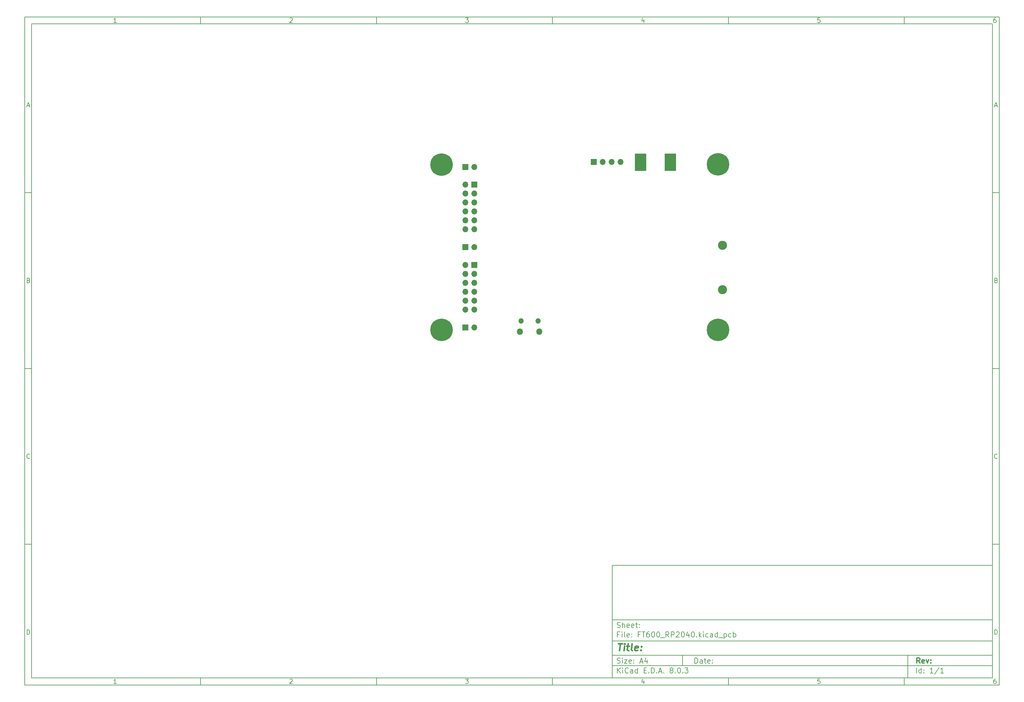
<source format=gbr>
%TF.GenerationSoftware,KiCad,Pcbnew,8.0.3-8.0.3-0~ubuntu22.04.1*%
%TF.CreationDate,2024-09-16T11:35:52+02:00*%
%TF.ProjectId,FT600_RP2040,46543630-305f-4525-9032-3034302e6b69,rev?*%
%TF.SameCoordinates,PX7735940PY61c06a0*%
%TF.FileFunction,Soldermask,Bot*%
%TF.FilePolarity,Negative*%
%FSLAX46Y46*%
G04 Gerber Fmt 4.6, Leading zero omitted, Abs format (unit mm)*
G04 Created by KiCad (PCBNEW 8.0.3-8.0.3-0~ubuntu22.04.1) date 2024-09-16 11:35:52*
%MOMM*%
%LPD*%
G01*
G04 APERTURE LIST*
%ADD10C,0.100000*%
%ADD11C,0.150000*%
%ADD12C,0.300000*%
%ADD13C,0.400000*%
%ADD14C,2.580000*%
%ADD15C,0.800000*%
%ADD16C,6.400000*%
%ADD17O,1.800000X1.800000*%
%ADD18O,1.500000X1.500000*%
%ADD19R,1.700000X1.700000*%
%ADD20O,1.700000X1.700000*%
%ADD21R,3.200000X4.900000*%
G04 APERTURE END LIST*
D10*
D11*
X52002200Y-63507200D02*
X160002200Y-63507200D01*
X160002200Y-95507200D01*
X52002200Y-95507200D01*
X52002200Y-63507200D01*
D10*
D11*
X-115000000Y92500000D02*
X162002200Y92500000D01*
X162002200Y-97507200D01*
X-115000000Y-97507200D01*
X-115000000Y92500000D01*
D10*
D11*
X-113000000Y90500000D02*
X160002200Y90500000D01*
X160002200Y-95507200D01*
X-113000000Y-95507200D01*
X-113000000Y90500000D01*
D10*
D11*
X-65000000Y90500000D02*
X-65000000Y92500000D01*
D10*
D11*
X-15000000Y90500000D02*
X-15000000Y92500000D01*
D10*
D11*
X35000000Y90500000D02*
X35000000Y92500000D01*
D10*
D11*
X85000000Y90500000D02*
X85000000Y92500000D01*
D10*
D11*
X135000000Y90500000D02*
X135000000Y92500000D01*
D10*
D11*
X-88910840Y90906396D02*
X-89653697Y90906396D01*
X-89282269Y90906396D02*
X-89282269Y92206396D01*
X-89282269Y92206396D02*
X-89406078Y92020681D01*
X-89406078Y92020681D02*
X-89529888Y91896872D01*
X-89529888Y91896872D02*
X-89653697Y91834967D01*
D10*
D11*
X-39653697Y92082586D02*
X-39591793Y92144491D01*
X-39591793Y92144491D02*
X-39467983Y92206396D01*
X-39467983Y92206396D02*
X-39158459Y92206396D01*
X-39158459Y92206396D02*
X-39034650Y92144491D01*
X-39034650Y92144491D02*
X-38972745Y92082586D01*
X-38972745Y92082586D02*
X-38910840Y91958777D01*
X-38910840Y91958777D02*
X-38910840Y91834967D01*
X-38910840Y91834967D02*
X-38972745Y91649253D01*
X-38972745Y91649253D02*
X-39715602Y90906396D01*
X-39715602Y90906396D02*
X-38910840Y90906396D01*
D10*
D11*
X10284398Y92206396D02*
X11089160Y92206396D01*
X11089160Y92206396D02*
X10655826Y91711158D01*
X10655826Y91711158D02*
X10841541Y91711158D01*
X10841541Y91711158D02*
X10965350Y91649253D01*
X10965350Y91649253D02*
X11027255Y91587348D01*
X11027255Y91587348D02*
X11089160Y91463539D01*
X11089160Y91463539D02*
X11089160Y91154015D01*
X11089160Y91154015D02*
X11027255Y91030205D01*
X11027255Y91030205D02*
X10965350Y90968300D01*
X10965350Y90968300D02*
X10841541Y90906396D01*
X10841541Y90906396D02*
X10470112Y90906396D01*
X10470112Y90906396D02*
X10346303Y90968300D01*
X10346303Y90968300D02*
X10284398Y91030205D01*
D10*
D11*
X60965350Y91773062D02*
X60965350Y90906396D01*
X60655826Y92268300D02*
X60346303Y91339729D01*
X60346303Y91339729D02*
X61151064Y91339729D01*
D10*
D11*
X111027255Y92206396D02*
X110408207Y92206396D01*
X110408207Y92206396D02*
X110346303Y91587348D01*
X110346303Y91587348D02*
X110408207Y91649253D01*
X110408207Y91649253D02*
X110532017Y91711158D01*
X110532017Y91711158D02*
X110841541Y91711158D01*
X110841541Y91711158D02*
X110965350Y91649253D01*
X110965350Y91649253D02*
X111027255Y91587348D01*
X111027255Y91587348D02*
X111089160Y91463539D01*
X111089160Y91463539D02*
X111089160Y91154015D01*
X111089160Y91154015D02*
X111027255Y91030205D01*
X111027255Y91030205D02*
X110965350Y90968300D01*
X110965350Y90968300D02*
X110841541Y90906396D01*
X110841541Y90906396D02*
X110532017Y90906396D01*
X110532017Y90906396D02*
X110408207Y90968300D01*
X110408207Y90968300D02*
X110346303Y91030205D01*
D10*
D11*
X160965350Y92206396D02*
X160717731Y92206396D01*
X160717731Y92206396D02*
X160593922Y92144491D01*
X160593922Y92144491D02*
X160532017Y92082586D01*
X160532017Y92082586D02*
X160408207Y91896872D01*
X160408207Y91896872D02*
X160346303Y91649253D01*
X160346303Y91649253D02*
X160346303Y91154015D01*
X160346303Y91154015D02*
X160408207Y91030205D01*
X160408207Y91030205D02*
X160470112Y90968300D01*
X160470112Y90968300D02*
X160593922Y90906396D01*
X160593922Y90906396D02*
X160841541Y90906396D01*
X160841541Y90906396D02*
X160965350Y90968300D01*
X160965350Y90968300D02*
X161027255Y91030205D01*
X161027255Y91030205D02*
X161089160Y91154015D01*
X161089160Y91154015D02*
X161089160Y91463539D01*
X161089160Y91463539D02*
X161027255Y91587348D01*
X161027255Y91587348D02*
X160965350Y91649253D01*
X160965350Y91649253D02*
X160841541Y91711158D01*
X160841541Y91711158D02*
X160593922Y91711158D01*
X160593922Y91711158D02*
X160470112Y91649253D01*
X160470112Y91649253D02*
X160408207Y91587348D01*
X160408207Y91587348D02*
X160346303Y91463539D01*
D10*
D11*
X-65000000Y-95507200D02*
X-65000000Y-97507200D01*
D10*
D11*
X-15000000Y-95507200D02*
X-15000000Y-97507200D01*
D10*
D11*
X35000000Y-95507200D02*
X35000000Y-97507200D01*
D10*
D11*
X85000000Y-95507200D02*
X85000000Y-97507200D01*
D10*
D11*
X135000000Y-95507200D02*
X135000000Y-97507200D01*
D10*
D11*
X-88910840Y-97100804D02*
X-89653697Y-97100804D01*
X-89282269Y-97100804D02*
X-89282269Y-95800804D01*
X-89282269Y-95800804D02*
X-89406078Y-95986519D01*
X-89406078Y-95986519D02*
X-89529888Y-96110328D01*
X-89529888Y-96110328D02*
X-89653697Y-96172233D01*
D10*
D11*
X-39653697Y-95924614D02*
X-39591793Y-95862709D01*
X-39591793Y-95862709D02*
X-39467983Y-95800804D01*
X-39467983Y-95800804D02*
X-39158459Y-95800804D01*
X-39158459Y-95800804D02*
X-39034650Y-95862709D01*
X-39034650Y-95862709D02*
X-38972745Y-95924614D01*
X-38972745Y-95924614D02*
X-38910840Y-96048423D01*
X-38910840Y-96048423D02*
X-38910840Y-96172233D01*
X-38910840Y-96172233D02*
X-38972745Y-96357947D01*
X-38972745Y-96357947D02*
X-39715602Y-97100804D01*
X-39715602Y-97100804D02*
X-38910840Y-97100804D01*
D10*
D11*
X10284398Y-95800804D02*
X11089160Y-95800804D01*
X11089160Y-95800804D02*
X10655826Y-96296042D01*
X10655826Y-96296042D02*
X10841541Y-96296042D01*
X10841541Y-96296042D02*
X10965350Y-96357947D01*
X10965350Y-96357947D02*
X11027255Y-96419852D01*
X11027255Y-96419852D02*
X11089160Y-96543661D01*
X11089160Y-96543661D02*
X11089160Y-96853185D01*
X11089160Y-96853185D02*
X11027255Y-96976995D01*
X11027255Y-96976995D02*
X10965350Y-97038900D01*
X10965350Y-97038900D02*
X10841541Y-97100804D01*
X10841541Y-97100804D02*
X10470112Y-97100804D01*
X10470112Y-97100804D02*
X10346303Y-97038900D01*
X10346303Y-97038900D02*
X10284398Y-96976995D01*
D10*
D11*
X60965350Y-96234138D02*
X60965350Y-97100804D01*
X60655826Y-95738900D02*
X60346303Y-96667471D01*
X60346303Y-96667471D02*
X61151064Y-96667471D01*
D10*
D11*
X111027255Y-95800804D02*
X110408207Y-95800804D01*
X110408207Y-95800804D02*
X110346303Y-96419852D01*
X110346303Y-96419852D02*
X110408207Y-96357947D01*
X110408207Y-96357947D02*
X110532017Y-96296042D01*
X110532017Y-96296042D02*
X110841541Y-96296042D01*
X110841541Y-96296042D02*
X110965350Y-96357947D01*
X110965350Y-96357947D02*
X111027255Y-96419852D01*
X111027255Y-96419852D02*
X111089160Y-96543661D01*
X111089160Y-96543661D02*
X111089160Y-96853185D01*
X111089160Y-96853185D02*
X111027255Y-96976995D01*
X111027255Y-96976995D02*
X110965350Y-97038900D01*
X110965350Y-97038900D02*
X110841541Y-97100804D01*
X110841541Y-97100804D02*
X110532017Y-97100804D01*
X110532017Y-97100804D02*
X110408207Y-97038900D01*
X110408207Y-97038900D02*
X110346303Y-96976995D01*
D10*
D11*
X160965350Y-95800804D02*
X160717731Y-95800804D01*
X160717731Y-95800804D02*
X160593922Y-95862709D01*
X160593922Y-95862709D02*
X160532017Y-95924614D01*
X160532017Y-95924614D02*
X160408207Y-96110328D01*
X160408207Y-96110328D02*
X160346303Y-96357947D01*
X160346303Y-96357947D02*
X160346303Y-96853185D01*
X160346303Y-96853185D02*
X160408207Y-96976995D01*
X160408207Y-96976995D02*
X160470112Y-97038900D01*
X160470112Y-97038900D02*
X160593922Y-97100804D01*
X160593922Y-97100804D02*
X160841541Y-97100804D01*
X160841541Y-97100804D02*
X160965350Y-97038900D01*
X160965350Y-97038900D02*
X161027255Y-96976995D01*
X161027255Y-96976995D02*
X161089160Y-96853185D01*
X161089160Y-96853185D02*
X161089160Y-96543661D01*
X161089160Y-96543661D02*
X161027255Y-96419852D01*
X161027255Y-96419852D02*
X160965350Y-96357947D01*
X160965350Y-96357947D02*
X160841541Y-96296042D01*
X160841541Y-96296042D02*
X160593922Y-96296042D01*
X160593922Y-96296042D02*
X160470112Y-96357947D01*
X160470112Y-96357947D02*
X160408207Y-96419852D01*
X160408207Y-96419852D02*
X160346303Y-96543661D01*
D10*
D11*
X-115000000Y42500000D02*
X-113000000Y42500000D01*
D10*
D11*
X-115000000Y-7500000D02*
X-113000000Y-7500000D01*
D10*
D11*
X-115000000Y-57500000D02*
X-113000000Y-57500000D01*
D10*
D11*
X-114309524Y67277824D02*
X-113690477Y67277824D01*
X-114433334Y66906396D02*
X-114000001Y68206396D01*
X-114000001Y68206396D02*
X-113566667Y66906396D01*
D10*
D11*
X-113907143Y17587348D02*
X-113721429Y17525443D01*
X-113721429Y17525443D02*
X-113659524Y17463539D01*
X-113659524Y17463539D02*
X-113597620Y17339729D01*
X-113597620Y17339729D02*
X-113597620Y17154015D01*
X-113597620Y17154015D02*
X-113659524Y17030205D01*
X-113659524Y17030205D02*
X-113721429Y16968300D01*
X-113721429Y16968300D02*
X-113845239Y16906396D01*
X-113845239Y16906396D02*
X-114340477Y16906396D01*
X-114340477Y16906396D02*
X-114340477Y18206396D01*
X-114340477Y18206396D02*
X-113907143Y18206396D01*
X-113907143Y18206396D02*
X-113783334Y18144491D01*
X-113783334Y18144491D02*
X-113721429Y18082586D01*
X-113721429Y18082586D02*
X-113659524Y17958777D01*
X-113659524Y17958777D02*
X-113659524Y17834967D01*
X-113659524Y17834967D02*
X-113721429Y17711158D01*
X-113721429Y17711158D02*
X-113783334Y17649253D01*
X-113783334Y17649253D02*
X-113907143Y17587348D01*
X-113907143Y17587348D02*
X-114340477Y17587348D01*
D10*
D11*
X-113597620Y-32969795D02*
X-113659524Y-33031700D01*
X-113659524Y-33031700D02*
X-113845239Y-33093604D01*
X-113845239Y-33093604D02*
X-113969048Y-33093604D01*
X-113969048Y-33093604D02*
X-114154762Y-33031700D01*
X-114154762Y-33031700D02*
X-114278572Y-32907890D01*
X-114278572Y-32907890D02*
X-114340477Y-32784080D01*
X-114340477Y-32784080D02*
X-114402381Y-32536461D01*
X-114402381Y-32536461D02*
X-114402381Y-32350747D01*
X-114402381Y-32350747D02*
X-114340477Y-32103128D01*
X-114340477Y-32103128D02*
X-114278572Y-31979319D01*
X-114278572Y-31979319D02*
X-114154762Y-31855509D01*
X-114154762Y-31855509D02*
X-113969048Y-31793604D01*
X-113969048Y-31793604D02*
X-113845239Y-31793604D01*
X-113845239Y-31793604D02*
X-113659524Y-31855509D01*
X-113659524Y-31855509D02*
X-113597620Y-31917414D01*
D10*
D11*
X-114340477Y-83093604D02*
X-114340477Y-81793604D01*
X-114340477Y-81793604D02*
X-114030953Y-81793604D01*
X-114030953Y-81793604D02*
X-113845239Y-81855509D01*
X-113845239Y-81855509D02*
X-113721429Y-81979319D01*
X-113721429Y-81979319D02*
X-113659524Y-82103128D01*
X-113659524Y-82103128D02*
X-113597620Y-82350747D01*
X-113597620Y-82350747D02*
X-113597620Y-82536461D01*
X-113597620Y-82536461D02*
X-113659524Y-82784080D01*
X-113659524Y-82784080D02*
X-113721429Y-82907890D01*
X-113721429Y-82907890D02*
X-113845239Y-83031700D01*
X-113845239Y-83031700D02*
X-114030953Y-83093604D01*
X-114030953Y-83093604D02*
X-114340477Y-83093604D01*
D10*
D11*
X162002200Y42500000D02*
X160002200Y42500000D01*
D10*
D11*
X162002200Y-7500000D02*
X160002200Y-7500000D01*
D10*
D11*
X162002200Y-57500000D02*
X160002200Y-57500000D01*
D10*
D11*
X160692676Y67277824D02*
X161311723Y67277824D01*
X160568866Y66906396D02*
X161002199Y68206396D01*
X161002199Y68206396D02*
X161435533Y66906396D01*
D10*
D11*
X161095057Y17587348D02*
X161280771Y17525443D01*
X161280771Y17525443D02*
X161342676Y17463539D01*
X161342676Y17463539D02*
X161404580Y17339729D01*
X161404580Y17339729D02*
X161404580Y17154015D01*
X161404580Y17154015D02*
X161342676Y17030205D01*
X161342676Y17030205D02*
X161280771Y16968300D01*
X161280771Y16968300D02*
X161156961Y16906396D01*
X161156961Y16906396D02*
X160661723Y16906396D01*
X160661723Y16906396D02*
X160661723Y18206396D01*
X160661723Y18206396D02*
X161095057Y18206396D01*
X161095057Y18206396D02*
X161218866Y18144491D01*
X161218866Y18144491D02*
X161280771Y18082586D01*
X161280771Y18082586D02*
X161342676Y17958777D01*
X161342676Y17958777D02*
X161342676Y17834967D01*
X161342676Y17834967D02*
X161280771Y17711158D01*
X161280771Y17711158D02*
X161218866Y17649253D01*
X161218866Y17649253D02*
X161095057Y17587348D01*
X161095057Y17587348D02*
X160661723Y17587348D01*
D10*
D11*
X161404580Y-32969795D02*
X161342676Y-33031700D01*
X161342676Y-33031700D02*
X161156961Y-33093604D01*
X161156961Y-33093604D02*
X161033152Y-33093604D01*
X161033152Y-33093604D02*
X160847438Y-33031700D01*
X160847438Y-33031700D02*
X160723628Y-32907890D01*
X160723628Y-32907890D02*
X160661723Y-32784080D01*
X160661723Y-32784080D02*
X160599819Y-32536461D01*
X160599819Y-32536461D02*
X160599819Y-32350747D01*
X160599819Y-32350747D02*
X160661723Y-32103128D01*
X160661723Y-32103128D02*
X160723628Y-31979319D01*
X160723628Y-31979319D02*
X160847438Y-31855509D01*
X160847438Y-31855509D02*
X161033152Y-31793604D01*
X161033152Y-31793604D02*
X161156961Y-31793604D01*
X161156961Y-31793604D02*
X161342676Y-31855509D01*
X161342676Y-31855509D02*
X161404580Y-31917414D01*
D10*
D11*
X160661723Y-83093604D02*
X160661723Y-81793604D01*
X160661723Y-81793604D02*
X160971247Y-81793604D01*
X160971247Y-81793604D02*
X161156961Y-81855509D01*
X161156961Y-81855509D02*
X161280771Y-81979319D01*
X161280771Y-81979319D02*
X161342676Y-82103128D01*
X161342676Y-82103128D02*
X161404580Y-82350747D01*
X161404580Y-82350747D02*
X161404580Y-82536461D01*
X161404580Y-82536461D02*
X161342676Y-82784080D01*
X161342676Y-82784080D02*
X161280771Y-82907890D01*
X161280771Y-82907890D02*
X161156961Y-83031700D01*
X161156961Y-83031700D02*
X160971247Y-83093604D01*
X160971247Y-83093604D02*
X160661723Y-83093604D01*
D10*
D11*
X75458026Y-91293328D02*
X75458026Y-89793328D01*
X75458026Y-89793328D02*
X75815169Y-89793328D01*
X75815169Y-89793328D02*
X76029455Y-89864757D01*
X76029455Y-89864757D02*
X76172312Y-90007614D01*
X76172312Y-90007614D02*
X76243741Y-90150471D01*
X76243741Y-90150471D02*
X76315169Y-90436185D01*
X76315169Y-90436185D02*
X76315169Y-90650471D01*
X76315169Y-90650471D02*
X76243741Y-90936185D01*
X76243741Y-90936185D02*
X76172312Y-91079042D01*
X76172312Y-91079042D02*
X76029455Y-91221900D01*
X76029455Y-91221900D02*
X75815169Y-91293328D01*
X75815169Y-91293328D02*
X75458026Y-91293328D01*
X77600884Y-91293328D02*
X77600884Y-90507614D01*
X77600884Y-90507614D02*
X77529455Y-90364757D01*
X77529455Y-90364757D02*
X77386598Y-90293328D01*
X77386598Y-90293328D02*
X77100884Y-90293328D01*
X77100884Y-90293328D02*
X76958026Y-90364757D01*
X77600884Y-91221900D02*
X77458026Y-91293328D01*
X77458026Y-91293328D02*
X77100884Y-91293328D01*
X77100884Y-91293328D02*
X76958026Y-91221900D01*
X76958026Y-91221900D02*
X76886598Y-91079042D01*
X76886598Y-91079042D02*
X76886598Y-90936185D01*
X76886598Y-90936185D02*
X76958026Y-90793328D01*
X76958026Y-90793328D02*
X77100884Y-90721900D01*
X77100884Y-90721900D02*
X77458026Y-90721900D01*
X77458026Y-90721900D02*
X77600884Y-90650471D01*
X78100884Y-90293328D02*
X78672312Y-90293328D01*
X78315169Y-89793328D02*
X78315169Y-91079042D01*
X78315169Y-91079042D02*
X78386598Y-91221900D01*
X78386598Y-91221900D02*
X78529455Y-91293328D01*
X78529455Y-91293328D02*
X78672312Y-91293328D01*
X79743741Y-91221900D02*
X79600884Y-91293328D01*
X79600884Y-91293328D02*
X79315170Y-91293328D01*
X79315170Y-91293328D02*
X79172312Y-91221900D01*
X79172312Y-91221900D02*
X79100884Y-91079042D01*
X79100884Y-91079042D02*
X79100884Y-90507614D01*
X79100884Y-90507614D02*
X79172312Y-90364757D01*
X79172312Y-90364757D02*
X79315170Y-90293328D01*
X79315170Y-90293328D02*
X79600884Y-90293328D01*
X79600884Y-90293328D02*
X79743741Y-90364757D01*
X79743741Y-90364757D02*
X79815170Y-90507614D01*
X79815170Y-90507614D02*
X79815170Y-90650471D01*
X79815170Y-90650471D02*
X79100884Y-90793328D01*
X80458026Y-91150471D02*
X80529455Y-91221900D01*
X80529455Y-91221900D02*
X80458026Y-91293328D01*
X80458026Y-91293328D02*
X80386598Y-91221900D01*
X80386598Y-91221900D02*
X80458026Y-91150471D01*
X80458026Y-91150471D02*
X80458026Y-91293328D01*
X80458026Y-90364757D02*
X80529455Y-90436185D01*
X80529455Y-90436185D02*
X80458026Y-90507614D01*
X80458026Y-90507614D02*
X80386598Y-90436185D01*
X80386598Y-90436185D02*
X80458026Y-90364757D01*
X80458026Y-90364757D02*
X80458026Y-90507614D01*
D10*
D11*
X52002200Y-92007200D02*
X160002200Y-92007200D01*
D10*
D11*
X53458026Y-94093328D02*
X53458026Y-92593328D01*
X54315169Y-94093328D02*
X53672312Y-93236185D01*
X54315169Y-92593328D02*
X53458026Y-93450471D01*
X54958026Y-94093328D02*
X54958026Y-93093328D01*
X54958026Y-92593328D02*
X54886598Y-92664757D01*
X54886598Y-92664757D02*
X54958026Y-92736185D01*
X54958026Y-92736185D02*
X55029455Y-92664757D01*
X55029455Y-92664757D02*
X54958026Y-92593328D01*
X54958026Y-92593328D02*
X54958026Y-92736185D01*
X56529455Y-93950471D02*
X56458027Y-94021900D01*
X56458027Y-94021900D02*
X56243741Y-94093328D01*
X56243741Y-94093328D02*
X56100884Y-94093328D01*
X56100884Y-94093328D02*
X55886598Y-94021900D01*
X55886598Y-94021900D02*
X55743741Y-93879042D01*
X55743741Y-93879042D02*
X55672312Y-93736185D01*
X55672312Y-93736185D02*
X55600884Y-93450471D01*
X55600884Y-93450471D02*
X55600884Y-93236185D01*
X55600884Y-93236185D02*
X55672312Y-92950471D01*
X55672312Y-92950471D02*
X55743741Y-92807614D01*
X55743741Y-92807614D02*
X55886598Y-92664757D01*
X55886598Y-92664757D02*
X56100884Y-92593328D01*
X56100884Y-92593328D02*
X56243741Y-92593328D01*
X56243741Y-92593328D02*
X56458027Y-92664757D01*
X56458027Y-92664757D02*
X56529455Y-92736185D01*
X57815170Y-94093328D02*
X57815170Y-93307614D01*
X57815170Y-93307614D02*
X57743741Y-93164757D01*
X57743741Y-93164757D02*
X57600884Y-93093328D01*
X57600884Y-93093328D02*
X57315170Y-93093328D01*
X57315170Y-93093328D02*
X57172312Y-93164757D01*
X57815170Y-94021900D02*
X57672312Y-94093328D01*
X57672312Y-94093328D02*
X57315170Y-94093328D01*
X57315170Y-94093328D02*
X57172312Y-94021900D01*
X57172312Y-94021900D02*
X57100884Y-93879042D01*
X57100884Y-93879042D02*
X57100884Y-93736185D01*
X57100884Y-93736185D02*
X57172312Y-93593328D01*
X57172312Y-93593328D02*
X57315170Y-93521900D01*
X57315170Y-93521900D02*
X57672312Y-93521900D01*
X57672312Y-93521900D02*
X57815170Y-93450471D01*
X59172313Y-94093328D02*
X59172313Y-92593328D01*
X59172313Y-94021900D02*
X59029455Y-94093328D01*
X59029455Y-94093328D02*
X58743741Y-94093328D01*
X58743741Y-94093328D02*
X58600884Y-94021900D01*
X58600884Y-94021900D02*
X58529455Y-93950471D01*
X58529455Y-93950471D02*
X58458027Y-93807614D01*
X58458027Y-93807614D02*
X58458027Y-93379042D01*
X58458027Y-93379042D02*
X58529455Y-93236185D01*
X58529455Y-93236185D02*
X58600884Y-93164757D01*
X58600884Y-93164757D02*
X58743741Y-93093328D01*
X58743741Y-93093328D02*
X59029455Y-93093328D01*
X59029455Y-93093328D02*
X59172313Y-93164757D01*
X61029455Y-93307614D02*
X61529455Y-93307614D01*
X61743741Y-94093328D02*
X61029455Y-94093328D01*
X61029455Y-94093328D02*
X61029455Y-92593328D01*
X61029455Y-92593328D02*
X61743741Y-92593328D01*
X62386598Y-93950471D02*
X62458027Y-94021900D01*
X62458027Y-94021900D02*
X62386598Y-94093328D01*
X62386598Y-94093328D02*
X62315170Y-94021900D01*
X62315170Y-94021900D02*
X62386598Y-93950471D01*
X62386598Y-93950471D02*
X62386598Y-94093328D01*
X63100884Y-94093328D02*
X63100884Y-92593328D01*
X63100884Y-92593328D02*
X63458027Y-92593328D01*
X63458027Y-92593328D02*
X63672313Y-92664757D01*
X63672313Y-92664757D02*
X63815170Y-92807614D01*
X63815170Y-92807614D02*
X63886599Y-92950471D01*
X63886599Y-92950471D02*
X63958027Y-93236185D01*
X63958027Y-93236185D02*
X63958027Y-93450471D01*
X63958027Y-93450471D02*
X63886599Y-93736185D01*
X63886599Y-93736185D02*
X63815170Y-93879042D01*
X63815170Y-93879042D02*
X63672313Y-94021900D01*
X63672313Y-94021900D02*
X63458027Y-94093328D01*
X63458027Y-94093328D02*
X63100884Y-94093328D01*
X64600884Y-93950471D02*
X64672313Y-94021900D01*
X64672313Y-94021900D02*
X64600884Y-94093328D01*
X64600884Y-94093328D02*
X64529456Y-94021900D01*
X64529456Y-94021900D02*
X64600884Y-93950471D01*
X64600884Y-93950471D02*
X64600884Y-94093328D01*
X65243742Y-93664757D02*
X65958028Y-93664757D01*
X65100885Y-94093328D02*
X65600885Y-92593328D01*
X65600885Y-92593328D02*
X66100885Y-94093328D01*
X66600884Y-93950471D02*
X66672313Y-94021900D01*
X66672313Y-94021900D02*
X66600884Y-94093328D01*
X66600884Y-94093328D02*
X66529456Y-94021900D01*
X66529456Y-94021900D02*
X66600884Y-93950471D01*
X66600884Y-93950471D02*
X66600884Y-94093328D01*
X68672313Y-93236185D02*
X68529456Y-93164757D01*
X68529456Y-93164757D02*
X68458027Y-93093328D01*
X68458027Y-93093328D02*
X68386599Y-92950471D01*
X68386599Y-92950471D02*
X68386599Y-92879042D01*
X68386599Y-92879042D02*
X68458027Y-92736185D01*
X68458027Y-92736185D02*
X68529456Y-92664757D01*
X68529456Y-92664757D02*
X68672313Y-92593328D01*
X68672313Y-92593328D02*
X68958027Y-92593328D01*
X68958027Y-92593328D02*
X69100885Y-92664757D01*
X69100885Y-92664757D02*
X69172313Y-92736185D01*
X69172313Y-92736185D02*
X69243742Y-92879042D01*
X69243742Y-92879042D02*
X69243742Y-92950471D01*
X69243742Y-92950471D02*
X69172313Y-93093328D01*
X69172313Y-93093328D02*
X69100885Y-93164757D01*
X69100885Y-93164757D02*
X68958027Y-93236185D01*
X68958027Y-93236185D02*
X68672313Y-93236185D01*
X68672313Y-93236185D02*
X68529456Y-93307614D01*
X68529456Y-93307614D02*
X68458027Y-93379042D01*
X68458027Y-93379042D02*
X68386599Y-93521900D01*
X68386599Y-93521900D02*
X68386599Y-93807614D01*
X68386599Y-93807614D02*
X68458027Y-93950471D01*
X68458027Y-93950471D02*
X68529456Y-94021900D01*
X68529456Y-94021900D02*
X68672313Y-94093328D01*
X68672313Y-94093328D02*
X68958027Y-94093328D01*
X68958027Y-94093328D02*
X69100885Y-94021900D01*
X69100885Y-94021900D02*
X69172313Y-93950471D01*
X69172313Y-93950471D02*
X69243742Y-93807614D01*
X69243742Y-93807614D02*
X69243742Y-93521900D01*
X69243742Y-93521900D02*
X69172313Y-93379042D01*
X69172313Y-93379042D02*
X69100885Y-93307614D01*
X69100885Y-93307614D02*
X68958027Y-93236185D01*
X69886598Y-93950471D02*
X69958027Y-94021900D01*
X69958027Y-94021900D02*
X69886598Y-94093328D01*
X69886598Y-94093328D02*
X69815170Y-94021900D01*
X69815170Y-94021900D02*
X69886598Y-93950471D01*
X69886598Y-93950471D02*
X69886598Y-94093328D01*
X70886599Y-92593328D02*
X71029456Y-92593328D01*
X71029456Y-92593328D02*
X71172313Y-92664757D01*
X71172313Y-92664757D02*
X71243742Y-92736185D01*
X71243742Y-92736185D02*
X71315170Y-92879042D01*
X71315170Y-92879042D02*
X71386599Y-93164757D01*
X71386599Y-93164757D02*
X71386599Y-93521900D01*
X71386599Y-93521900D02*
X71315170Y-93807614D01*
X71315170Y-93807614D02*
X71243742Y-93950471D01*
X71243742Y-93950471D02*
X71172313Y-94021900D01*
X71172313Y-94021900D02*
X71029456Y-94093328D01*
X71029456Y-94093328D02*
X70886599Y-94093328D01*
X70886599Y-94093328D02*
X70743742Y-94021900D01*
X70743742Y-94021900D02*
X70672313Y-93950471D01*
X70672313Y-93950471D02*
X70600884Y-93807614D01*
X70600884Y-93807614D02*
X70529456Y-93521900D01*
X70529456Y-93521900D02*
X70529456Y-93164757D01*
X70529456Y-93164757D02*
X70600884Y-92879042D01*
X70600884Y-92879042D02*
X70672313Y-92736185D01*
X70672313Y-92736185D02*
X70743742Y-92664757D01*
X70743742Y-92664757D02*
X70886599Y-92593328D01*
X72029455Y-93950471D02*
X72100884Y-94021900D01*
X72100884Y-94021900D02*
X72029455Y-94093328D01*
X72029455Y-94093328D02*
X71958027Y-94021900D01*
X71958027Y-94021900D02*
X72029455Y-93950471D01*
X72029455Y-93950471D02*
X72029455Y-94093328D01*
X72600884Y-92593328D02*
X73529456Y-92593328D01*
X73529456Y-92593328D02*
X73029456Y-93164757D01*
X73029456Y-93164757D02*
X73243741Y-93164757D01*
X73243741Y-93164757D02*
X73386599Y-93236185D01*
X73386599Y-93236185D02*
X73458027Y-93307614D01*
X73458027Y-93307614D02*
X73529456Y-93450471D01*
X73529456Y-93450471D02*
X73529456Y-93807614D01*
X73529456Y-93807614D02*
X73458027Y-93950471D01*
X73458027Y-93950471D02*
X73386599Y-94021900D01*
X73386599Y-94021900D02*
X73243741Y-94093328D01*
X73243741Y-94093328D02*
X72815170Y-94093328D01*
X72815170Y-94093328D02*
X72672313Y-94021900D01*
X72672313Y-94021900D02*
X72600884Y-93950471D01*
D10*
D11*
X52002200Y-89007200D02*
X160002200Y-89007200D01*
D10*
D12*
X139413853Y-91285528D02*
X138913853Y-90571242D01*
X138556710Y-91285528D02*
X138556710Y-89785528D01*
X138556710Y-89785528D02*
X139128139Y-89785528D01*
X139128139Y-89785528D02*
X139270996Y-89856957D01*
X139270996Y-89856957D02*
X139342425Y-89928385D01*
X139342425Y-89928385D02*
X139413853Y-90071242D01*
X139413853Y-90071242D02*
X139413853Y-90285528D01*
X139413853Y-90285528D02*
X139342425Y-90428385D01*
X139342425Y-90428385D02*
X139270996Y-90499814D01*
X139270996Y-90499814D02*
X139128139Y-90571242D01*
X139128139Y-90571242D02*
X138556710Y-90571242D01*
X140628139Y-91214100D02*
X140485282Y-91285528D01*
X140485282Y-91285528D02*
X140199568Y-91285528D01*
X140199568Y-91285528D02*
X140056710Y-91214100D01*
X140056710Y-91214100D02*
X139985282Y-91071242D01*
X139985282Y-91071242D02*
X139985282Y-90499814D01*
X139985282Y-90499814D02*
X140056710Y-90356957D01*
X140056710Y-90356957D02*
X140199568Y-90285528D01*
X140199568Y-90285528D02*
X140485282Y-90285528D01*
X140485282Y-90285528D02*
X140628139Y-90356957D01*
X140628139Y-90356957D02*
X140699568Y-90499814D01*
X140699568Y-90499814D02*
X140699568Y-90642671D01*
X140699568Y-90642671D02*
X139985282Y-90785528D01*
X141199567Y-90285528D02*
X141556710Y-91285528D01*
X141556710Y-91285528D02*
X141913853Y-90285528D01*
X142485281Y-91142671D02*
X142556710Y-91214100D01*
X142556710Y-91214100D02*
X142485281Y-91285528D01*
X142485281Y-91285528D02*
X142413853Y-91214100D01*
X142413853Y-91214100D02*
X142485281Y-91142671D01*
X142485281Y-91142671D02*
X142485281Y-91285528D01*
X142485281Y-90356957D02*
X142556710Y-90428385D01*
X142556710Y-90428385D02*
X142485281Y-90499814D01*
X142485281Y-90499814D02*
X142413853Y-90428385D01*
X142413853Y-90428385D02*
X142485281Y-90356957D01*
X142485281Y-90356957D02*
X142485281Y-90499814D01*
D10*
D11*
X53386598Y-91221900D02*
X53600884Y-91293328D01*
X53600884Y-91293328D02*
X53958026Y-91293328D01*
X53958026Y-91293328D02*
X54100884Y-91221900D01*
X54100884Y-91221900D02*
X54172312Y-91150471D01*
X54172312Y-91150471D02*
X54243741Y-91007614D01*
X54243741Y-91007614D02*
X54243741Y-90864757D01*
X54243741Y-90864757D02*
X54172312Y-90721900D01*
X54172312Y-90721900D02*
X54100884Y-90650471D01*
X54100884Y-90650471D02*
X53958026Y-90579042D01*
X53958026Y-90579042D02*
X53672312Y-90507614D01*
X53672312Y-90507614D02*
X53529455Y-90436185D01*
X53529455Y-90436185D02*
X53458026Y-90364757D01*
X53458026Y-90364757D02*
X53386598Y-90221900D01*
X53386598Y-90221900D02*
X53386598Y-90079042D01*
X53386598Y-90079042D02*
X53458026Y-89936185D01*
X53458026Y-89936185D02*
X53529455Y-89864757D01*
X53529455Y-89864757D02*
X53672312Y-89793328D01*
X53672312Y-89793328D02*
X54029455Y-89793328D01*
X54029455Y-89793328D02*
X54243741Y-89864757D01*
X54886597Y-91293328D02*
X54886597Y-90293328D01*
X54886597Y-89793328D02*
X54815169Y-89864757D01*
X54815169Y-89864757D02*
X54886597Y-89936185D01*
X54886597Y-89936185D02*
X54958026Y-89864757D01*
X54958026Y-89864757D02*
X54886597Y-89793328D01*
X54886597Y-89793328D02*
X54886597Y-89936185D01*
X55458026Y-90293328D02*
X56243741Y-90293328D01*
X56243741Y-90293328D02*
X55458026Y-91293328D01*
X55458026Y-91293328D02*
X56243741Y-91293328D01*
X57386598Y-91221900D02*
X57243741Y-91293328D01*
X57243741Y-91293328D02*
X56958027Y-91293328D01*
X56958027Y-91293328D02*
X56815169Y-91221900D01*
X56815169Y-91221900D02*
X56743741Y-91079042D01*
X56743741Y-91079042D02*
X56743741Y-90507614D01*
X56743741Y-90507614D02*
X56815169Y-90364757D01*
X56815169Y-90364757D02*
X56958027Y-90293328D01*
X56958027Y-90293328D02*
X57243741Y-90293328D01*
X57243741Y-90293328D02*
X57386598Y-90364757D01*
X57386598Y-90364757D02*
X57458027Y-90507614D01*
X57458027Y-90507614D02*
X57458027Y-90650471D01*
X57458027Y-90650471D02*
X56743741Y-90793328D01*
X58100883Y-91150471D02*
X58172312Y-91221900D01*
X58172312Y-91221900D02*
X58100883Y-91293328D01*
X58100883Y-91293328D02*
X58029455Y-91221900D01*
X58029455Y-91221900D02*
X58100883Y-91150471D01*
X58100883Y-91150471D02*
X58100883Y-91293328D01*
X58100883Y-90364757D02*
X58172312Y-90436185D01*
X58172312Y-90436185D02*
X58100883Y-90507614D01*
X58100883Y-90507614D02*
X58029455Y-90436185D01*
X58029455Y-90436185D02*
X58100883Y-90364757D01*
X58100883Y-90364757D02*
X58100883Y-90507614D01*
X59886598Y-90864757D02*
X60600884Y-90864757D01*
X59743741Y-91293328D02*
X60243741Y-89793328D01*
X60243741Y-89793328D02*
X60743741Y-91293328D01*
X61886598Y-90293328D02*
X61886598Y-91293328D01*
X61529455Y-89721900D02*
X61172312Y-90793328D01*
X61172312Y-90793328D02*
X62100883Y-90793328D01*
D10*
D11*
X138458026Y-94093328D02*
X138458026Y-92593328D01*
X139815170Y-94093328D02*
X139815170Y-92593328D01*
X139815170Y-94021900D02*
X139672312Y-94093328D01*
X139672312Y-94093328D02*
X139386598Y-94093328D01*
X139386598Y-94093328D02*
X139243741Y-94021900D01*
X139243741Y-94021900D02*
X139172312Y-93950471D01*
X139172312Y-93950471D02*
X139100884Y-93807614D01*
X139100884Y-93807614D02*
X139100884Y-93379042D01*
X139100884Y-93379042D02*
X139172312Y-93236185D01*
X139172312Y-93236185D02*
X139243741Y-93164757D01*
X139243741Y-93164757D02*
X139386598Y-93093328D01*
X139386598Y-93093328D02*
X139672312Y-93093328D01*
X139672312Y-93093328D02*
X139815170Y-93164757D01*
X140529455Y-93950471D02*
X140600884Y-94021900D01*
X140600884Y-94021900D02*
X140529455Y-94093328D01*
X140529455Y-94093328D02*
X140458027Y-94021900D01*
X140458027Y-94021900D02*
X140529455Y-93950471D01*
X140529455Y-93950471D02*
X140529455Y-94093328D01*
X140529455Y-93164757D02*
X140600884Y-93236185D01*
X140600884Y-93236185D02*
X140529455Y-93307614D01*
X140529455Y-93307614D02*
X140458027Y-93236185D01*
X140458027Y-93236185D02*
X140529455Y-93164757D01*
X140529455Y-93164757D02*
X140529455Y-93307614D01*
X143172313Y-94093328D02*
X142315170Y-94093328D01*
X142743741Y-94093328D02*
X142743741Y-92593328D01*
X142743741Y-92593328D02*
X142600884Y-92807614D01*
X142600884Y-92807614D02*
X142458027Y-92950471D01*
X142458027Y-92950471D02*
X142315170Y-93021900D01*
X144886598Y-92521900D02*
X143600884Y-94450471D01*
X146172313Y-94093328D02*
X145315170Y-94093328D01*
X145743741Y-94093328D02*
X145743741Y-92593328D01*
X145743741Y-92593328D02*
X145600884Y-92807614D01*
X145600884Y-92807614D02*
X145458027Y-92950471D01*
X145458027Y-92950471D02*
X145315170Y-93021900D01*
D10*
D11*
X52002200Y-85007200D02*
X160002200Y-85007200D01*
D10*
D13*
X53693928Y-85711638D02*
X54836785Y-85711638D01*
X54015357Y-87711638D02*
X54265357Y-85711638D01*
X55253452Y-87711638D02*
X55420119Y-86378304D01*
X55503452Y-85711638D02*
X55396309Y-85806876D01*
X55396309Y-85806876D02*
X55479643Y-85902114D01*
X55479643Y-85902114D02*
X55586786Y-85806876D01*
X55586786Y-85806876D02*
X55503452Y-85711638D01*
X55503452Y-85711638D02*
X55479643Y-85902114D01*
X56086786Y-86378304D02*
X56848690Y-86378304D01*
X56455833Y-85711638D02*
X56241548Y-87425923D01*
X56241548Y-87425923D02*
X56312976Y-87616400D01*
X56312976Y-87616400D02*
X56491548Y-87711638D01*
X56491548Y-87711638D02*
X56682024Y-87711638D01*
X57634405Y-87711638D02*
X57455833Y-87616400D01*
X57455833Y-87616400D02*
X57384405Y-87425923D01*
X57384405Y-87425923D02*
X57598690Y-85711638D01*
X59170119Y-87616400D02*
X58967738Y-87711638D01*
X58967738Y-87711638D02*
X58586785Y-87711638D01*
X58586785Y-87711638D02*
X58408214Y-87616400D01*
X58408214Y-87616400D02*
X58336785Y-87425923D01*
X58336785Y-87425923D02*
X58432024Y-86664019D01*
X58432024Y-86664019D02*
X58551071Y-86473542D01*
X58551071Y-86473542D02*
X58753452Y-86378304D01*
X58753452Y-86378304D02*
X59134404Y-86378304D01*
X59134404Y-86378304D02*
X59312976Y-86473542D01*
X59312976Y-86473542D02*
X59384404Y-86664019D01*
X59384404Y-86664019D02*
X59360595Y-86854495D01*
X59360595Y-86854495D02*
X58384404Y-87044971D01*
X60134405Y-87521161D02*
X60217738Y-87616400D01*
X60217738Y-87616400D02*
X60110595Y-87711638D01*
X60110595Y-87711638D02*
X60027262Y-87616400D01*
X60027262Y-87616400D02*
X60134405Y-87521161D01*
X60134405Y-87521161D02*
X60110595Y-87711638D01*
X60265357Y-86473542D02*
X60348690Y-86568780D01*
X60348690Y-86568780D02*
X60241548Y-86664019D01*
X60241548Y-86664019D02*
X60158214Y-86568780D01*
X60158214Y-86568780D02*
X60265357Y-86473542D01*
X60265357Y-86473542D02*
X60241548Y-86664019D01*
D10*
D11*
X53958026Y-83107614D02*
X53458026Y-83107614D01*
X53458026Y-83893328D02*
X53458026Y-82393328D01*
X53458026Y-82393328D02*
X54172312Y-82393328D01*
X54743740Y-83893328D02*
X54743740Y-82893328D01*
X54743740Y-82393328D02*
X54672312Y-82464757D01*
X54672312Y-82464757D02*
X54743740Y-82536185D01*
X54743740Y-82536185D02*
X54815169Y-82464757D01*
X54815169Y-82464757D02*
X54743740Y-82393328D01*
X54743740Y-82393328D02*
X54743740Y-82536185D01*
X55672312Y-83893328D02*
X55529455Y-83821900D01*
X55529455Y-83821900D02*
X55458026Y-83679042D01*
X55458026Y-83679042D02*
X55458026Y-82393328D01*
X56815169Y-83821900D02*
X56672312Y-83893328D01*
X56672312Y-83893328D02*
X56386598Y-83893328D01*
X56386598Y-83893328D02*
X56243740Y-83821900D01*
X56243740Y-83821900D02*
X56172312Y-83679042D01*
X56172312Y-83679042D02*
X56172312Y-83107614D01*
X56172312Y-83107614D02*
X56243740Y-82964757D01*
X56243740Y-82964757D02*
X56386598Y-82893328D01*
X56386598Y-82893328D02*
X56672312Y-82893328D01*
X56672312Y-82893328D02*
X56815169Y-82964757D01*
X56815169Y-82964757D02*
X56886598Y-83107614D01*
X56886598Y-83107614D02*
X56886598Y-83250471D01*
X56886598Y-83250471D02*
X56172312Y-83393328D01*
X57529454Y-83750471D02*
X57600883Y-83821900D01*
X57600883Y-83821900D02*
X57529454Y-83893328D01*
X57529454Y-83893328D02*
X57458026Y-83821900D01*
X57458026Y-83821900D02*
X57529454Y-83750471D01*
X57529454Y-83750471D02*
X57529454Y-83893328D01*
X57529454Y-82964757D02*
X57600883Y-83036185D01*
X57600883Y-83036185D02*
X57529454Y-83107614D01*
X57529454Y-83107614D02*
X57458026Y-83036185D01*
X57458026Y-83036185D02*
X57529454Y-82964757D01*
X57529454Y-82964757D02*
X57529454Y-83107614D01*
X59886597Y-83107614D02*
X59386597Y-83107614D01*
X59386597Y-83893328D02*
X59386597Y-82393328D01*
X59386597Y-82393328D02*
X60100883Y-82393328D01*
X60458026Y-82393328D02*
X61315169Y-82393328D01*
X60886597Y-83893328D02*
X60886597Y-82393328D01*
X62458026Y-82393328D02*
X62172311Y-82393328D01*
X62172311Y-82393328D02*
X62029454Y-82464757D01*
X62029454Y-82464757D02*
X61958026Y-82536185D01*
X61958026Y-82536185D02*
X61815168Y-82750471D01*
X61815168Y-82750471D02*
X61743740Y-83036185D01*
X61743740Y-83036185D02*
X61743740Y-83607614D01*
X61743740Y-83607614D02*
X61815168Y-83750471D01*
X61815168Y-83750471D02*
X61886597Y-83821900D01*
X61886597Y-83821900D02*
X62029454Y-83893328D01*
X62029454Y-83893328D02*
X62315168Y-83893328D01*
X62315168Y-83893328D02*
X62458026Y-83821900D01*
X62458026Y-83821900D02*
X62529454Y-83750471D01*
X62529454Y-83750471D02*
X62600883Y-83607614D01*
X62600883Y-83607614D02*
X62600883Y-83250471D01*
X62600883Y-83250471D02*
X62529454Y-83107614D01*
X62529454Y-83107614D02*
X62458026Y-83036185D01*
X62458026Y-83036185D02*
X62315168Y-82964757D01*
X62315168Y-82964757D02*
X62029454Y-82964757D01*
X62029454Y-82964757D02*
X61886597Y-83036185D01*
X61886597Y-83036185D02*
X61815168Y-83107614D01*
X61815168Y-83107614D02*
X61743740Y-83250471D01*
X63529454Y-82393328D02*
X63672311Y-82393328D01*
X63672311Y-82393328D02*
X63815168Y-82464757D01*
X63815168Y-82464757D02*
X63886597Y-82536185D01*
X63886597Y-82536185D02*
X63958025Y-82679042D01*
X63958025Y-82679042D02*
X64029454Y-82964757D01*
X64029454Y-82964757D02*
X64029454Y-83321900D01*
X64029454Y-83321900D02*
X63958025Y-83607614D01*
X63958025Y-83607614D02*
X63886597Y-83750471D01*
X63886597Y-83750471D02*
X63815168Y-83821900D01*
X63815168Y-83821900D02*
X63672311Y-83893328D01*
X63672311Y-83893328D02*
X63529454Y-83893328D01*
X63529454Y-83893328D02*
X63386597Y-83821900D01*
X63386597Y-83821900D02*
X63315168Y-83750471D01*
X63315168Y-83750471D02*
X63243739Y-83607614D01*
X63243739Y-83607614D02*
X63172311Y-83321900D01*
X63172311Y-83321900D02*
X63172311Y-82964757D01*
X63172311Y-82964757D02*
X63243739Y-82679042D01*
X63243739Y-82679042D02*
X63315168Y-82536185D01*
X63315168Y-82536185D02*
X63386597Y-82464757D01*
X63386597Y-82464757D02*
X63529454Y-82393328D01*
X64958025Y-82393328D02*
X65100882Y-82393328D01*
X65100882Y-82393328D02*
X65243739Y-82464757D01*
X65243739Y-82464757D02*
X65315168Y-82536185D01*
X65315168Y-82536185D02*
X65386596Y-82679042D01*
X65386596Y-82679042D02*
X65458025Y-82964757D01*
X65458025Y-82964757D02*
X65458025Y-83321900D01*
X65458025Y-83321900D02*
X65386596Y-83607614D01*
X65386596Y-83607614D02*
X65315168Y-83750471D01*
X65315168Y-83750471D02*
X65243739Y-83821900D01*
X65243739Y-83821900D02*
X65100882Y-83893328D01*
X65100882Y-83893328D02*
X64958025Y-83893328D01*
X64958025Y-83893328D02*
X64815168Y-83821900D01*
X64815168Y-83821900D02*
X64743739Y-83750471D01*
X64743739Y-83750471D02*
X64672310Y-83607614D01*
X64672310Y-83607614D02*
X64600882Y-83321900D01*
X64600882Y-83321900D02*
X64600882Y-82964757D01*
X64600882Y-82964757D02*
X64672310Y-82679042D01*
X64672310Y-82679042D02*
X64743739Y-82536185D01*
X64743739Y-82536185D02*
X64815168Y-82464757D01*
X64815168Y-82464757D02*
X64958025Y-82393328D01*
X65743739Y-84036185D02*
X66886596Y-84036185D01*
X68100881Y-83893328D02*
X67600881Y-83179042D01*
X67243738Y-83893328D02*
X67243738Y-82393328D01*
X67243738Y-82393328D02*
X67815167Y-82393328D01*
X67815167Y-82393328D02*
X67958024Y-82464757D01*
X67958024Y-82464757D02*
X68029453Y-82536185D01*
X68029453Y-82536185D02*
X68100881Y-82679042D01*
X68100881Y-82679042D02*
X68100881Y-82893328D01*
X68100881Y-82893328D02*
X68029453Y-83036185D01*
X68029453Y-83036185D02*
X67958024Y-83107614D01*
X67958024Y-83107614D02*
X67815167Y-83179042D01*
X67815167Y-83179042D02*
X67243738Y-83179042D01*
X68743738Y-83893328D02*
X68743738Y-82393328D01*
X68743738Y-82393328D02*
X69315167Y-82393328D01*
X69315167Y-82393328D02*
X69458024Y-82464757D01*
X69458024Y-82464757D02*
X69529453Y-82536185D01*
X69529453Y-82536185D02*
X69600881Y-82679042D01*
X69600881Y-82679042D02*
X69600881Y-82893328D01*
X69600881Y-82893328D02*
X69529453Y-83036185D01*
X69529453Y-83036185D02*
X69458024Y-83107614D01*
X69458024Y-83107614D02*
X69315167Y-83179042D01*
X69315167Y-83179042D02*
X68743738Y-83179042D01*
X70172310Y-82536185D02*
X70243738Y-82464757D01*
X70243738Y-82464757D02*
X70386596Y-82393328D01*
X70386596Y-82393328D02*
X70743738Y-82393328D01*
X70743738Y-82393328D02*
X70886596Y-82464757D01*
X70886596Y-82464757D02*
X70958024Y-82536185D01*
X70958024Y-82536185D02*
X71029453Y-82679042D01*
X71029453Y-82679042D02*
X71029453Y-82821900D01*
X71029453Y-82821900D02*
X70958024Y-83036185D01*
X70958024Y-83036185D02*
X70100881Y-83893328D01*
X70100881Y-83893328D02*
X71029453Y-83893328D01*
X71958024Y-82393328D02*
X72100881Y-82393328D01*
X72100881Y-82393328D02*
X72243738Y-82464757D01*
X72243738Y-82464757D02*
X72315167Y-82536185D01*
X72315167Y-82536185D02*
X72386595Y-82679042D01*
X72386595Y-82679042D02*
X72458024Y-82964757D01*
X72458024Y-82964757D02*
X72458024Y-83321900D01*
X72458024Y-83321900D02*
X72386595Y-83607614D01*
X72386595Y-83607614D02*
X72315167Y-83750471D01*
X72315167Y-83750471D02*
X72243738Y-83821900D01*
X72243738Y-83821900D02*
X72100881Y-83893328D01*
X72100881Y-83893328D02*
X71958024Y-83893328D01*
X71958024Y-83893328D02*
X71815167Y-83821900D01*
X71815167Y-83821900D02*
X71743738Y-83750471D01*
X71743738Y-83750471D02*
X71672309Y-83607614D01*
X71672309Y-83607614D02*
X71600881Y-83321900D01*
X71600881Y-83321900D02*
X71600881Y-82964757D01*
X71600881Y-82964757D02*
X71672309Y-82679042D01*
X71672309Y-82679042D02*
X71743738Y-82536185D01*
X71743738Y-82536185D02*
X71815167Y-82464757D01*
X71815167Y-82464757D02*
X71958024Y-82393328D01*
X73743738Y-82893328D02*
X73743738Y-83893328D01*
X73386595Y-82321900D02*
X73029452Y-83393328D01*
X73029452Y-83393328D02*
X73958023Y-83393328D01*
X74815166Y-82393328D02*
X74958023Y-82393328D01*
X74958023Y-82393328D02*
X75100880Y-82464757D01*
X75100880Y-82464757D02*
X75172309Y-82536185D01*
X75172309Y-82536185D02*
X75243737Y-82679042D01*
X75243737Y-82679042D02*
X75315166Y-82964757D01*
X75315166Y-82964757D02*
X75315166Y-83321900D01*
X75315166Y-83321900D02*
X75243737Y-83607614D01*
X75243737Y-83607614D02*
X75172309Y-83750471D01*
X75172309Y-83750471D02*
X75100880Y-83821900D01*
X75100880Y-83821900D02*
X74958023Y-83893328D01*
X74958023Y-83893328D02*
X74815166Y-83893328D01*
X74815166Y-83893328D02*
X74672309Y-83821900D01*
X74672309Y-83821900D02*
X74600880Y-83750471D01*
X74600880Y-83750471D02*
X74529451Y-83607614D01*
X74529451Y-83607614D02*
X74458023Y-83321900D01*
X74458023Y-83321900D02*
X74458023Y-82964757D01*
X74458023Y-82964757D02*
X74529451Y-82679042D01*
X74529451Y-82679042D02*
X74600880Y-82536185D01*
X74600880Y-82536185D02*
X74672309Y-82464757D01*
X74672309Y-82464757D02*
X74815166Y-82393328D01*
X75958022Y-83750471D02*
X76029451Y-83821900D01*
X76029451Y-83821900D02*
X75958022Y-83893328D01*
X75958022Y-83893328D02*
X75886594Y-83821900D01*
X75886594Y-83821900D02*
X75958022Y-83750471D01*
X75958022Y-83750471D02*
X75958022Y-83893328D01*
X76672308Y-83893328D02*
X76672308Y-82393328D01*
X76815166Y-83321900D02*
X77243737Y-83893328D01*
X77243737Y-82893328D02*
X76672308Y-83464757D01*
X77886594Y-83893328D02*
X77886594Y-82893328D01*
X77886594Y-82393328D02*
X77815166Y-82464757D01*
X77815166Y-82464757D02*
X77886594Y-82536185D01*
X77886594Y-82536185D02*
X77958023Y-82464757D01*
X77958023Y-82464757D02*
X77886594Y-82393328D01*
X77886594Y-82393328D02*
X77886594Y-82536185D01*
X79243738Y-83821900D02*
X79100880Y-83893328D01*
X79100880Y-83893328D02*
X78815166Y-83893328D01*
X78815166Y-83893328D02*
X78672309Y-83821900D01*
X78672309Y-83821900D02*
X78600880Y-83750471D01*
X78600880Y-83750471D02*
X78529452Y-83607614D01*
X78529452Y-83607614D02*
X78529452Y-83179042D01*
X78529452Y-83179042D02*
X78600880Y-83036185D01*
X78600880Y-83036185D02*
X78672309Y-82964757D01*
X78672309Y-82964757D02*
X78815166Y-82893328D01*
X78815166Y-82893328D02*
X79100880Y-82893328D01*
X79100880Y-82893328D02*
X79243738Y-82964757D01*
X80529452Y-83893328D02*
X80529452Y-83107614D01*
X80529452Y-83107614D02*
X80458023Y-82964757D01*
X80458023Y-82964757D02*
X80315166Y-82893328D01*
X80315166Y-82893328D02*
X80029452Y-82893328D01*
X80029452Y-82893328D02*
X79886594Y-82964757D01*
X80529452Y-83821900D02*
X80386594Y-83893328D01*
X80386594Y-83893328D02*
X80029452Y-83893328D01*
X80029452Y-83893328D02*
X79886594Y-83821900D01*
X79886594Y-83821900D02*
X79815166Y-83679042D01*
X79815166Y-83679042D02*
X79815166Y-83536185D01*
X79815166Y-83536185D02*
X79886594Y-83393328D01*
X79886594Y-83393328D02*
X80029452Y-83321900D01*
X80029452Y-83321900D02*
X80386594Y-83321900D01*
X80386594Y-83321900D02*
X80529452Y-83250471D01*
X81886595Y-83893328D02*
X81886595Y-82393328D01*
X81886595Y-83821900D02*
X81743737Y-83893328D01*
X81743737Y-83893328D02*
X81458023Y-83893328D01*
X81458023Y-83893328D02*
X81315166Y-83821900D01*
X81315166Y-83821900D02*
X81243737Y-83750471D01*
X81243737Y-83750471D02*
X81172309Y-83607614D01*
X81172309Y-83607614D02*
X81172309Y-83179042D01*
X81172309Y-83179042D02*
X81243737Y-83036185D01*
X81243737Y-83036185D02*
X81315166Y-82964757D01*
X81315166Y-82964757D02*
X81458023Y-82893328D01*
X81458023Y-82893328D02*
X81743737Y-82893328D01*
X81743737Y-82893328D02*
X81886595Y-82964757D01*
X82243738Y-84036185D02*
X83386595Y-84036185D01*
X83743737Y-82893328D02*
X83743737Y-84393328D01*
X83743737Y-82964757D02*
X83886595Y-82893328D01*
X83886595Y-82893328D02*
X84172309Y-82893328D01*
X84172309Y-82893328D02*
X84315166Y-82964757D01*
X84315166Y-82964757D02*
X84386595Y-83036185D01*
X84386595Y-83036185D02*
X84458023Y-83179042D01*
X84458023Y-83179042D02*
X84458023Y-83607614D01*
X84458023Y-83607614D02*
X84386595Y-83750471D01*
X84386595Y-83750471D02*
X84315166Y-83821900D01*
X84315166Y-83821900D02*
X84172309Y-83893328D01*
X84172309Y-83893328D02*
X83886595Y-83893328D01*
X83886595Y-83893328D02*
X83743737Y-83821900D01*
X85743738Y-83821900D02*
X85600880Y-83893328D01*
X85600880Y-83893328D02*
X85315166Y-83893328D01*
X85315166Y-83893328D02*
X85172309Y-83821900D01*
X85172309Y-83821900D02*
X85100880Y-83750471D01*
X85100880Y-83750471D02*
X85029452Y-83607614D01*
X85029452Y-83607614D02*
X85029452Y-83179042D01*
X85029452Y-83179042D02*
X85100880Y-83036185D01*
X85100880Y-83036185D02*
X85172309Y-82964757D01*
X85172309Y-82964757D02*
X85315166Y-82893328D01*
X85315166Y-82893328D02*
X85600880Y-82893328D01*
X85600880Y-82893328D02*
X85743738Y-82964757D01*
X86386594Y-83893328D02*
X86386594Y-82393328D01*
X86386594Y-82964757D02*
X86529452Y-82893328D01*
X86529452Y-82893328D02*
X86815166Y-82893328D01*
X86815166Y-82893328D02*
X86958023Y-82964757D01*
X86958023Y-82964757D02*
X87029452Y-83036185D01*
X87029452Y-83036185D02*
X87100880Y-83179042D01*
X87100880Y-83179042D02*
X87100880Y-83607614D01*
X87100880Y-83607614D02*
X87029452Y-83750471D01*
X87029452Y-83750471D02*
X86958023Y-83821900D01*
X86958023Y-83821900D02*
X86815166Y-83893328D01*
X86815166Y-83893328D02*
X86529452Y-83893328D01*
X86529452Y-83893328D02*
X86386594Y-83821900D01*
D10*
D11*
X52002200Y-79007200D02*
X160002200Y-79007200D01*
D10*
D11*
X53386598Y-81121900D02*
X53600884Y-81193328D01*
X53600884Y-81193328D02*
X53958026Y-81193328D01*
X53958026Y-81193328D02*
X54100884Y-81121900D01*
X54100884Y-81121900D02*
X54172312Y-81050471D01*
X54172312Y-81050471D02*
X54243741Y-80907614D01*
X54243741Y-80907614D02*
X54243741Y-80764757D01*
X54243741Y-80764757D02*
X54172312Y-80621900D01*
X54172312Y-80621900D02*
X54100884Y-80550471D01*
X54100884Y-80550471D02*
X53958026Y-80479042D01*
X53958026Y-80479042D02*
X53672312Y-80407614D01*
X53672312Y-80407614D02*
X53529455Y-80336185D01*
X53529455Y-80336185D02*
X53458026Y-80264757D01*
X53458026Y-80264757D02*
X53386598Y-80121900D01*
X53386598Y-80121900D02*
X53386598Y-79979042D01*
X53386598Y-79979042D02*
X53458026Y-79836185D01*
X53458026Y-79836185D02*
X53529455Y-79764757D01*
X53529455Y-79764757D02*
X53672312Y-79693328D01*
X53672312Y-79693328D02*
X54029455Y-79693328D01*
X54029455Y-79693328D02*
X54243741Y-79764757D01*
X54886597Y-81193328D02*
X54886597Y-79693328D01*
X55529455Y-81193328D02*
X55529455Y-80407614D01*
X55529455Y-80407614D02*
X55458026Y-80264757D01*
X55458026Y-80264757D02*
X55315169Y-80193328D01*
X55315169Y-80193328D02*
X55100883Y-80193328D01*
X55100883Y-80193328D02*
X54958026Y-80264757D01*
X54958026Y-80264757D02*
X54886597Y-80336185D01*
X56815169Y-81121900D02*
X56672312Y-81193328D01*
X56672312Y-81193328D02*
X56386598Y-81193328D01*
X56386598Y-81193328D02*
X56243740Y-81121900D01*
X56243740Y-81121900D02*
X56172312Y-80979042D01*
X56172312Y-80979042D02*
X56172312Y-80407614D01*
X56172312Y-80407614D02*
X56243740Y-80264757D01*
X56243740Y-80264757D02*
X56386598Y-80193328D01*
X56386598Y-80193328D02*
X56672312Y-80193328D01*
X56672312Y-80193328D02*
X56815169Y-80264757D01*
X56815169Y-80264757D02*
X56886598Y-80407614D01*
X56886598Y-80407614D02*
X56886598Y-80550471D01*
X56886598Y-80550471D02*
X56172312Y-80693328D01*
X58100883Y-81121900D02*
X57958026Y-81193328D01*
X57958026Y-81193328D02*
X57672312Y-81193328D01*
X57672312Y-81193328D02*
X57529454Y-81121900D01*
X57529454Y-81121900D02*
X57458026Y-80979042D01*
X57458026Y-80979042D02*
X57458026Y-80407614D01*
X57458026Y-80407614D02*
X57529454Y-80264757D01*
X57529454Y-80264757D02*
X57672312Y-80193328D01*
X57672312Y-80193328D02*
X57958026Y-80193328D01*
X57958026Y-80193328D02*
X58100883Y-80264757D01*
X58100883Y-80264757D02*
X58172312Y-80407614D01*
X58172312Y-80407614D02*
X58172312Y-80550471D01*
X58172312Y-80550471D02*
X57458026Y-80693328D01*
X58600883Y-80193328D02*
X59172311Y-80193328D01*
X58815168Y-79693328D02*
X58815168Y-80979042D01*
X58815168Y-80979042D02*
X58886597Y-81121900D01*
X58886597Y-81121900D02*
X59029454Y-81193328D01*
X59029454Y-81193328D02*
X59172311Y-81193328D01*
X59672311Y-81050471D02*
X59743740Y-81121900D01*
X59743740Y-81121900D02*
X59672311Y-81193328D01*
X59672311Y-81193328D02*
X59600883Y-81121900D01*
X59600883Y-81121900D02*
X59672311Y-81050471D01*
X59672311Y-81050471D02*
X59672311Y-81193328D01*
X59672311Y-80264757D02*
X59743740Y-80336185D01*
X59743740Y-80336185D02*
X59672311Y-80407614D01*
X59672311Y-80407614D02*
X59600883Y-80336185D01*
X59600883Y-80336185D02*
X59672311Y-80264757D01*
X59672311Y-80264757D02*
X59672311Y-80407614D01*
D10*
D11*
X72002200Y-89007200D02*
X72002200Y-92007200D01*
D10*
D11*
X136002200Y-89007200D02*
X136002200Y-95507200D01*
D14*
%TO.C,J8*%
X83350000Y14950000D03*
X83350000Y27550000D03*
%TD*%
D15*
%TO.C,REF\u002A\u002A*%
X1100000Y3500000D03*
X1802944Y5197056D03*
X1802944Y1802944D03*
X3500000Y5900000D03*
D16*
X3500000Y3500000D03*
D15*
X3500000Y1100000D03*
X5197056Y5197056D03*
X5197056Y1802944D03*
X5900000Y3500000D03*
%TD*%
D17*
%TO.C,U1*%
X31225000Y3000000D03*
D18*
X30925000Y6030000D03*
X26075000Y6030000D03*
D17*
X25775000Y3000000D03*
%TD*%
D19*
%TO.C,J4*%
X10225000Y49830000D03*
D20*
X12765000Y49830000D03*
%TD*%
D19*
%TO.C,J3*%
X12790000Y21920000D03*
D20*
X10250000Y21920000D03*
X12790000Y19380000D03*
X10250000Y19380000D03*
X12790000Y16840000D03*
X10250000Y16840000D03*
X12790000Y14300000D03*
X10250000Y14300000D03*
X12790000Y11760000D03*
X10250000Y11760000D03*
X12790000Y9220000D03*
X10250000Y9220000D03*
%TD*%
D15*
%TO.C,REF\u002A\u002A*%
X79652944Y50552944D03*
X80355888Y52250000D03*
X80355888Y48855888D03*
X82052944Y52952944D03*
D16*
X82052944Y50552944D03*
D15*
X82052944Y48152944D03*
X83750000Y52250000D03*
X83750000Y48855888D03*
X84452944Y50552944D03*
%TD*%
D21*
%TO.C,J7*%
X68500000Y51175000D03*
X60000000Y51175000D03*
%TD*%
D15*
%TO.C,REF\u002A\u002A*%
X1100000Y50500000D03*
X1802944Y52197056D03*
X1802944Y48802944D03*
X3500000Y52900000D03*
D16*
X3500000Y50500000D03*
D15*
X3500000Y48100000D03*
X5197056Y52197056D03*
X5197056Y48802944D03*
X5900000Y50500000D03*
%TD*%
%TO.C,REF\u002A\u002A*%
X79600000Y3500000D03*
X80302944Y5197056D03*
X80302944Y1802944D03*
X82000000Y5900000D03*
D16*
X82000000Y3500000D03*
D15*
X82000000Y1100000D03*
X83697056Y5197056D03*
X83697056Y1802944D03*
X84400000Y3500000D03*
%TD*%
D19*
%TO.C,J5*%
X12790000Y44780000D03*
D20*
X10250000Y44780000D03*
X12790000Y42240000D03*
X10250000Y42240000D03*
X12790000Y39700000D03*
X10250000Y39700000D03*
X12790000Y37160000D03*
X10250000Y37160000D03*
X12790000Y34620000D03*
X10250000Y34620000D03*
X12790000Y32080000D03*
X10250000Y32080000D03*
%TD*%
D19*
%TO.C,J6*%
X10225000Y4170000D03*
D20*
X12765000Y4170000D03*
%TD*%
D19*
%TO.C,J1*%
X46700000Y51250000D03*
D20*
X49240000Y51250000D03*
X51780000Y51250000D03*
X54320000Y51250000D03*
%TD*%
D19*
%TO.C,J2*%
X10225000Y27000000D03*
D20*
X12765000Y27000000D03*
%TD*%
M02*

</source>
